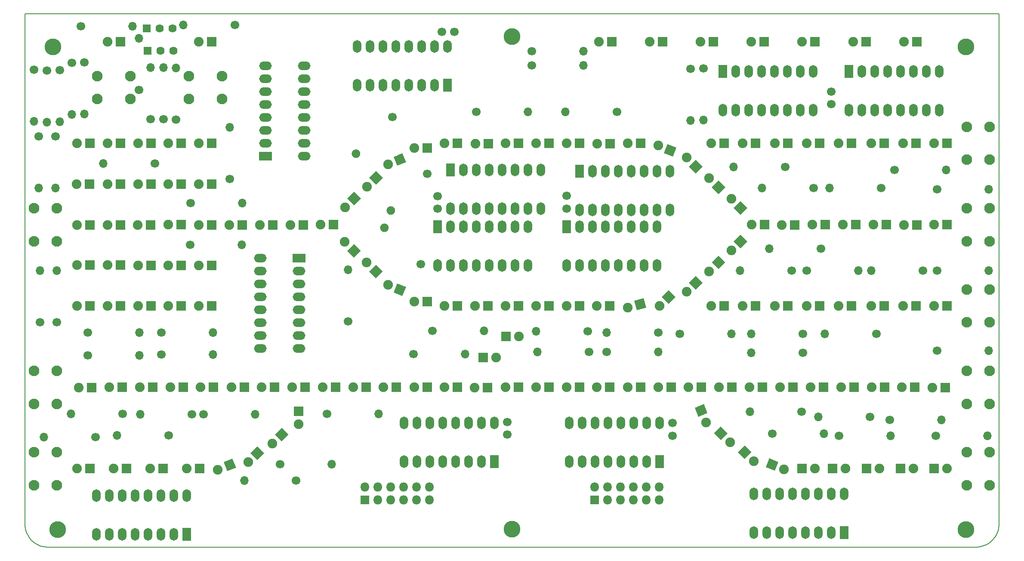
<source format=gbr>
%TF.GenerationSoftware,KiCad,Pcbnew,(5.1.6)-1*%
%TF.CreationDate,2020-08-11T15:09:09+01:00*%
%TF.ProjectId,panel-display,70616e65-6c2d-4646-9973-706c61792e6b,rev?*%
%TF.SameCoordinates,Original*%
%TF.FileFunction,Soldermask,Bot*%
%TF.FilePolarity,Negative*%
%FSLAX46Y46*%
G04 Gerber Fmt 4.6, Leading zero omitted, Abs format (unit mm)*
G04 Created by KiCad (PCBNEW (5.1.6)-1) date 2020-08-11 15:09:09*
%MOMM*%
%LPD*%
G01*
G04 APERTURE LIST*
%TA.AperFunction,Profile*%
%ADD10C,0.200000*%
%TD*%
%ADD11R,2.500000X1.700000*%
%ADD12O,2.500000X1.700000*%
%ADD13R,1.700000X2.500000*%
%ADD14O,1.700000X2.500000*%
%ADD15O,1.800000X1.800000*%
%ADD16R,1.800000X1.800000*%
%ADD17C,0.100000*%
%ADD18C,1.900000*%
%ADD19C,1.700000*%
%ADD20O,1.700000X1.700000*%
%ADD21C,1.620000*%
%ADD22R,1.620000X1.620000*%
%ADD23R,1.900000X1.900000*%
%ADD24C,3.300000*%
%ADD25C,2.100000*%
G04 APERTURE END LIST*
D10*
X51617018Y-38354000D02*
X51617018Y-138699733D01*
X243332000Y-138699733D02*
X243332000Y-38354000D01*
X56117018Y-143292293D02*
X238832000Y-143292293D01*
X242414280Y-141479128D02*
X242572959Y-141251671D01*
X242572959Y-141251671D02*
X242717597Y-141014524D01*
X242717597Y-141014524D02*
X242847851Y-140768669D01*
X242847851Y-140768669D02*
X242963380Y-140515090D01*
X242963380Y-140515090D02*
X243063842Y-140254768D01*
X243063842Y-140254768D02*
X243148893Y-139988689D01*
X243148893Y-139988689D02*
X243218193Y-139717834D01*
X243218193Y-139717834D02*
X243271399Y-139443187D01*
X243271399Y-139443187D02*
X243308169Y-139165731D01*
X243308169Y-139165731D02*
X243328161Y-138886449D01*
X243328161Y-138886449D02*
X243332000Y-138699733D01*
X51617018Y-138699733D02*
X51625026Y-138965674D01*
X51625026Y-138965674D02*
X51648784Y-139230370D01*
X51648784Y-139230370D02*
X51687892Y-139493042D01*
X51687892Y-139493042D02*
X51741950Y-139752911D01*
X51741950Y-139752911D02*
X51810558Y-140009198D01*
X51810558Y-140009198D02*
X51893315Y-140261124D01*
X51893315Y-140261124D02*
X51989822Y-140507910D01*
X51989822Y-140507910D02*
X52099677Y-140748778D01*
X52099677Y-140748778D02*
X52222482Y-140982947D01*
X52222482Y-140982947D02*
X52357836Y-141209640D01*
X52357836Y-141209640D02*
X52505339Y-141428077D01*
X52505339Y-141428077D02*
X52664591Y-141637479D01*
X52664591Y-141637479D02*
X52835191Y-141837068D01*
X52835191Y-141837068D02*
X53016740Y-142026064D01*
X53016740Y-142026064D02*
X53208838Y-142203688D01*
X53208838Y-142203688D02*
X53411084Y-142369163D01*
X53411084Y-142369163D02*
X53633925Y-142529506D01*
X53633925Y-142529506D02*
X53865822Y-142675439D01*
X53865822Y-142675439D02*
X54105847Y-142806664D01*
X54105847Y-142806664D02*
X54353077Y-142922886D01*
X54353077Y-142922886D02*
X54606584Y-143023805D01*
X54606584Y-143023805D02*
X54865443Y-143109125D01*
X54865443Y-143109125D02*
X55128729Y-143178548D01*
X55128729Y-143178548D02*
X55395515Y-143231778D01*
X55395515Y-143231778D02*
X55664876Y-143268516D01*
X55664876Y-143268516D02*
X55935885Y-143288466D01*
X55935885Y-143288466D02*
X56117018Y-143292293D01*
X238832000Y-143292293D02*
X239090043Y-143284308D01*
X239090043Y-143284308D02*
X239347043Y-143260594D01*
X239347043Y-143260594D02*
X239602250Y-143221513D01*
X239602250Y-143221513D02*
X239854909Y-143167424D01*
X239854909Y-143167424D02*
X240104269Y-143098689D01*
X240104269Y-143098689D02*
X240349577Y-143015669D01*
X240349577Y-143015669D02*
X240590081Y-142918723D01*
X240590081Y-142918723D02*
X240825028Y-142808214D01*
X240825028Y-142808214D02*
X241053667Y-142684501D01*
X241053667Y-142684501D02*
X241275243Y-142547946D01*
X241275243Y-142547946D02*
X241489006Y-142398909D01*
X241489006Y-142398909D02*
X241694203Y-142237751D01*
X241694203Y-142237751D02*
X241890081Y-142064833D01*
X241890081Y-142064833D02*
X242075888Y-141880516D01*
X242075888Y-141880516D02*
X242250872Y-141685161D01*
X242250872Y-141685161D02*
X242414280Y-141479128D01*
X243332000Y-38354000D02*
X51617018Y-38354000D01*
D11*
%TO.C,U7*%
X105587800Y-86385400D03*
D12*
X97967800Y-104165400D03*
X105587800Y-88925400D03*
X97967800Y-101625400D03*
X105587800Y-91465400D03*
X97967800Y-99085400D03*
X105587800Y-94005400D03*
X97967800Y-96545400D03*
X105587800Y-96545400D03*
X97967800Y-94005400D03*
X105587800Y-99085400D03*
X97967800Y-91465400D03*
X105587800Y-101625400D03*
X97967800Y-88925400D03*
X105587800Y-104165400D03*
X97967800Y-86385400D03*
%TD*%
D13*
%TO.C,U8*%
X158242000Y-80264000D03*
D14*
X176022000Y-87884000D03*
X160782000Y-80264000D03*
X173482000Y-87884000D03*
X163322000Y-80264000D03*
X170942000Y-87884000D03*
X165862000Y-80264000D03*
X168402000Y-87884000D03*
X168402000Y-80264000D03*
X165862000Y-87884000D03*
X170942000Y-80264000D03*
X163322000Y-87884000D03*
X173482000Y-80264000D03*
X160782000Y-87884000D03*
X176022000Y-80264000D03*
X158242000Y-87884000D03*
%TD*%
D15*
%TO.C,J1*%
X176453800Y-131495800D03*
X176453800Y-134035800D03*
X173913800Y-131495800D03*
X173913800Y-134035800D03*
X171373800Y-131495800D03*
X171373800Y-134035800D03*
X168833800Y-131495800D03*
X168833800Y-134035800D03*
X166293800Y-131495800D03*
X166293800Y-134035800D03*
X163753800Y-131495800D03*
D16*
X163753800Y-134035800D03*
%TD*%
D13*
%TO.C,U3*%
X212852000Y-140462000D03*
D14*
X195072000Y-132842000D03*
X210312000Y-140462000D03*
X197612000Y-132842000D03*
X207772000Y-140462000D03*
X200152000Y-132842000D03*
X205232000Y-140462000D03*
X202692000Y-132842000D03*
X202692000Y-140462000D03*
X205232000Y-132842000D03*
X200152000Y-140462000D03*
X207772000Y-132842000D03*
X197612000Y-140462000D03*
X210312000Y-132842000D03*
X195072000Y-140462000D03*
X212852000Y-132842000D03*
%TD*%
D17*
%TO.C,D22*%
G36*
X179828635Y-64687664D02*
G01*
X179101536Y-66443035D01*
X177346165Y-65715936D01*
X178073264Y-63960565D01*
X179828635Y-64687664D01*
G37*
D18*
X176240746Y-64229784D03*
%TD*%
D13*
%TO.C,U6*%
X176530000Y-126492000D03*
D14*
X158750000Y-118872000D03*
X173990000Y-126492000D03*
X161290000Y-118872000D03*
X171450000Y-126492000D03*
X163830000Y-118872000D03*
X168910000Y-126492000D03*
X166370000Y-118872000D03*
X166370000Y-126492000D03*
X168910000Y-118872000D03*
X163830000Y-126492000D03*
X171450000Y-118872000D03*
X161290000Y-126492000D03*
X173990000Y-118872000D03*
X158750000Y-126492000D03*
X176530000Y-118872000D03*
%TD*%
D13*
%TO.C,U5*%
X135382000Y-69088000D03*
D14*
X153162000Y-76708000D03*
X137922000Y-69088000D03*
X150622000Y-76708000D03*
X140462000Y-69088000D03*
X148082000Y-76708000D03*
X143002000Y-69088000D03*
X145542000Y-76708000D03*
X145542000Y-69088000D03*
X143002000Y-76708000D03*
X148082000Y-69088000D03*
X140462000Y-76708000D03*
X150622000Y-69088000D03*
X137922000Y-76708000D03*
X153162000Y-69088000D03*
X135382000Y-76708000D03*
%TD*%
D13*
%TO.C,U4*%
X144018000Y-126492000D03*
D14*
X126238000Y-118872000D03*
X141478000Y-126492000D03*
X128778000Y-118872000D03*
X138938000Y-126492000D03*
X131318000Y-118872000D03*
X136398000Y-126492000D03*
X133858000Y-118872000D03*
X133858000Y-126492000D03*
X136398000Y-118872000D03*
X131318000Y-126492000D03*
X138938000Y-118872000D03*
X128778000Y-126492000D03*
X141478000Y-118872000D03*
X126238000Y-126492000D03*
X144018000Y-118872000D03*
%TD*%
D13*
%TO.C,U2*%
X132842000Y-80264000D03*
D14*
X150622000Y-87884000D03*
X135382000Y-80264000D03*
X148082000Y-87884000D03*
X137922000Y-80264000D03*
X145542000Y-87884000D03*
X140462000Y-80264000D03*
X143002000Y-87884000D03*
X143002000Y-80264000D03*
X140462000Y-87884000D03*
X145542000Y-80264000D03*
X137922000Y-87884000D03*
X148082000Y-80264000D03*
X135382000Y-87884000D03*
X150622000Y-80264000D03*
X132842000Y-87884000D03*
%TD*%
D13*
%TO.C,U1*%
X83439000Y-140766800D03*
D14*
X65659000Y-133146800D03*
X80899000Y-140766800D03*
X68199000Y-133146800D03*
X78359000Y-140766800D03*
X70739000Y-133146800D03*
X75819000Y-140766800D03*
X73279000Y-133146800D03*
X73279000Y-140766800D03*
X75819000Y-133146800D03*
X70739000Y-140766800D03*
X78359000Y-133146800D03*
X68199000Y-140766800D03*
X80899000Y-133146800D03*
X65659000Y-140766800D03*
X83439000Y-133146800D03*
%TD*%
D19*
%TO.C,R68*%
X140462000Y-57658000D03*
D20*
X150622000Y-57658000D03*
%TD*%
D19*
%TO.C,R67*%
X168148000Y-57658000D03*
D20*
X157988000Y-57658000D03*
%TD*%
D19*
%TO.C,R66*%
X123952000Y-58674000D03*
G36*
G01*
X117368836Y-65257164D02*
X117368836Y-65257164D01*
G75*
G02*
X117368836Y-66459246I-601041J-601041D01*
G01*
X117368836Y-66459246D01*
G75*
G02*
X116166754Y-66459246I-601041J601041D01*
G01*
X116166754Y-66459246D01*
G75*
G02*
X116166754Y-65257164I601041J601041D01*
G01*
X116166754Y-65257164D01*
G75*
G02*
X117368836Y-65257164I601041J-601041D01*
G01*
G37*
%TD*%
%TO.C,R65*%
X130810000Y-69862700D03*
G36*
G01*
X124226836Y-76445864D02*
X124226836Y-76445864D01*
G75*
G02*
X124226836Y-77647946I-601041J-601041D01*
G01*
X124226836Y-77647946D01*
G75*
G02*
X123024754Y-77647946I-601041J601041D01*
G01*
X123024754Y-77647946D01*
G75*
G02*
X123024754Y-76445864I601041J601041D01*
G01*
X123024754Y-76445864D01*
G75*
G02*
X124226836Y-76445864I601041J-601041D01*
G01*
G37*
%TD*%
%TO.C,R64*%
X162661600Y-104863900D03*
D20*
X152501600Y-104863900D03*
%TD*%
D19*
%TO.C,R63*%
X128054100Y-105321100D03*
D20*
X138214100Y-105321100D03*
%TD*%
D19*
%TO.C,R62*%
X78486000Y-105410000D03*
D20*
X88646000Y-105410000D03*
%TD*%
D19*
%TO.C,R61*%
X84493100Y-117144800D03*
D20*
X74333100Y-117144800D03*
%TD*%
D19*
%TO.C,R60*%
X205486000Y-88836500D03*
D20*
X215646000Y-88836500D03*
%TD*%
D19*
%TO.C,R59*%
X204724000Y-101346000D03*
D20*
X194564000Y-101346000D03*
%TD*%
D19*
%TO.C,R58*%
X220078300Y-72644000D03*
D20*
X209918300Y-72644000D03*
%TD*%
D19*
%TO.C,R57*%
X182626000Y-49123600D03*
D20*
X182626000Y-59283600D03*
%TD*%
D19*
%TO.C,R56*%
X129540000Y-87630000D03*
G36*
G01*
X122956836Y-81046836D02*
X122956836Y-81046836D01*
G75*
G02*
X121754754Y-81046836I-601041J601041D01*
G01*
X121754754Y-81046836D01*
G75*
G02*
X121754754Y-79844754I601041J601041D01*
G01*
X121754754Y-79844754D01*
G75*
G02*
X122956836Y-79844754I601041J-601041D01*
G01*
X122956836Y-79844754D01*
G75*
G02*
X122956836Y-81046836I-601041J-601041D01*
G01*
G37*
%TD*%
%TO.C,R55*%
X176225200Y-101104700D03*
D20*
X166065200Y-101104700D03*
%TD*%
D19*
%TO.C,R54*%
X180467000Y-101346000D03*
D20*
X190627000Y-101346000D03*
%TD*%
D19*
%TO.C,R53*%
X201244200Y-68427600D03*
D20*
X191084200Y-68427600D03*
%TD*%
D19*
%TO.C,R52*%
X84175600Y-83807300D03*
D20*
X94335600Y-83807300D03*
%TD*%
D19*
%TO.C,R51*%
X64008000Y-101092000D03*
D20*
X74168000Y-101092000D03*
%TD*%
D19*
%TO.C,R50*%
X57658000Y-62484000D03*
D20*
X57658000Y-72644000D03*
%TD*%
D19*
%TO.C,R49*%
X54356000Y-62484000D03*
D20*
X54356000Y-72644000D03*
%TD*%
D19*
%TO.C,R48*%
X55905400Y-49479200D03*
D20*
X55905400Y-59639200D03*
%TD*%
D19*
%TO.C,R47*%
X60858400Y-48006000D03*
D20*
X60858400Y-58166000D03*
%TD*%
D19*
%TO.C,R46*%
X198691500Y-120967500D03*
D20*
X208851500Y-120967500D03*
%TD*%
D19*
%TO.C,R45*%
X221792800Y-118287800D03*
D20*
X231952800Y-118287800D03*
%TD*%
D19*
%TO.C,R44*%
X166077900Y-104838500D03*
D20*
X176237900Y-104838500D03*
%TD*%
D19*
%TO.C,R43*%
X204724000Y-105029000D03*
D20*
X194564000Y-105029000D03*
%TD*%
D19*
%TO.C,R42*%
X105003600Y-130149600D03*
D20*
X94843600Y-130149600D03*
%TD*%
D19*
%TO.C,R41*%
X131813300Y-100761800D03*
D20*
X141973300Y-100761800D03*
%TD*%
D19*
%TO.C,R40*%
X101854000Y-127000000D03*
D20*
X112014000Y-127000000D03*
%TD*%
D19*
%TO.C,R39*%
X86779100Y-117132100D03*
D20*
X96939100Y-117132100D03*
%TD*%
D19*
%TO.C,R38*%
X64008000Y-105549700D03*
D20*
X74168000Y-105549700D03*
%TD*%
D19*
%TO.C,R37*%
X228346000Y-88836500D03*
D20*
X218186000Y-88836500D03*
%TD*%
D19*
%TO.C,R36*%
X219163900Y-101346000D03*
D20*
X209003900Y-101346000D03*
%TD*%
D19*
%TO.C,R35*%
X208280000Y-84582000D03*
D20*
X198120000Y-84582000D03*
%TD*%
D19*
%TO.C,R34*%
X185166000Y-49098200D03*
D20*
X185166000Y-59258200D03*
%TD*%
D19*
%TO.C,R33*%
X115176300Y-98831400D03*
D20*
X115176300Y-88671400D03*
%TD*%
D19*
%TO.C,R32*%
X162407600Y-100825300D03*
D20*
X152247600Y-100825300D03*
%TD*%
D19*
%TO.C,R31*%
X202526900Y-88861900D03*
D20*
X192366900Y-88861900D03*
%TD*%
D19*
%TO.C,R30*%
X206819500Y-72631300D03*
D20*
X196659500Y-72631300D03*
%TD*%
D19*
%TO.C,R29*%
X84251800Y-75603100D03*
D20*
X94411800Y-75603100D03*
%TD*%
D19*
%TO.C,R28*%
X57912000Y-99060000D03*
D20*
X57912000Y-88900000D03*
%TD*%
D19*
%TO.C,R27*%
X78486000Y-101092000D03*
D20*
X88646000Y-101092000D03*
%TD*%
D19*
%TO.C,R26*%
X53390800Y-49301400D03*
D20*
X53390800Y-59461400D03*
%TD*%
D19*
%TO.C,R25*%
X58470800Y-49403000D03*
D20*
X58470800Y-59563000D03*
%TD*%
D19*
%TO.C,R24*%
X63271400Y-47929800D03*
D20*
X63271400Y-58089800D03*
%TD*%
D19*
%TO.C,R23*%
X217944700Y-117652800D03*
D20*
X207784700Y-117652800D03*
%TD*%
D19*
%TO.C,R22*%
X211836000Y-121412000D03*
D20*
X221996000Y-121412000D03*
%TD*%
D19*
%TO.C,R21*%
X111074200Y-117043200D03*
D20*
X121234200Y-117043200D03*
%TD*%
D19*
%TO.C,R20*%
X204470000Y-116674900D03*
D20*
X194310000Y-116674900D03*
%TD*%
D19*
%TO.C,R19*%
X79883000Y-121285000D03*
D20*
X69723000Y-121285000D03*
%TD*%
D19*
%TO.C,R18*%
X151384000Y-48514000D03*
D20*
X161544000Y-48514000D03*
%TD*%
D19*
%TO.C,R17*%
X151384000Y-45720000D03*
D20*
X161544000Y-45720000D03*
%TD*%
D19*
%TO.C,R16*%
X92976700Y-40563800D03*
D20*
X82816700Y-40563800D03*
%TD*%
D19*
%TO.C,R15*%
X62636400Y-40754300D03*
D20*
X72796400Y-40754300D03*
%TD*%
D19*
%TO.C,R14*%
X74028300Y-53340000D03*
D20*
X74028300Y-43180000D03*
%TD*%
D19*
%TO.C,R13*%
X81318100Y-59118500D03*
D20*
X81318100Y-48958500D03*
%TD*%
D19*
%TO.C,R12*%
X76390500Y-59093100D03*
D20*
X76390500Y-48933100D03*
%TD*%
D19*
%TO.C,R11*%
X78905100Y-59105800D03*
D20*
X78905100Y-48945800D03*
%TD*%
D19*
%TO.C,R10*%
X230886000Y-121412000D03*
D20*
X241046000Y-121412000D03*
%TD*%
D19*
%TO.C,R9*%
X231140000Y-104648000D03*
D20*
X241300000Y-104648000D03*
%TD*%
D19*
%TO.C,R8*%
X231140000Y-88900000D03*
D20*
X241300000Y-88900000D03*
%TD*%
D19*
%TO.C,R7*%
X231140000Y-72898000D03*
D20*
X241300000Y-72898000D03*
%TD*%
D19*
%TO.C,R6*%
X222758000Y-69088000D03*
D20*
X232918000Y-69088000D03*
%TD*%
D19*
%TO.C,R5*%
X65532000Y-121666000D03*
D20*
X55372000Y-121666000D03*
%TD*%
D19*
%TO.C,R4*%
X70866000Y-117094000D03*
D20*
X60706000Y-117094000D03*
%TD*%
D19*
%TO.C,R3*%
X54610000Y-99060000D03*
D20*
X54610000Y-88900000D03*
%TD*%
D19*
%TO.C,R2*%
X77216000Y-67818000D03*
D20*
X67056000Y-67818000D03*
%TD*%
D19*
%TO.C,R1*%
X91948000Y-70866000D03*
D20*
X91948000Y-60706000D03*
%TD*%
D21*
%TO.C,Q2*%
X78155800Y-41224200D03*
X80695800Y-41224200D03*
D22*
X75615800Y-41224200D03*
%TD*%
D21*
%TO.C,Q1*%
X78257400Y-45643800D03*
X80797400Y-45643800D03*
D22*
X75717400Y-45643800D03*
%TD*%
D23*
%TO.C,D144*%
X227126800Y-79857600D03*
D18*
X224586800Y-79857600D03*
%TD*%
D23*
%TO.C,D142*%
X233095800Y-79832200D03*
D18*
X230555800Y-79832200D03*
%TD*%
D23*
%TO.C,D141*%
X220700600Y-63830200D03*
D18*
X218160600Y-63830200D03*
%TD*%
D23*
%TO.C,D140*%
X233095800Y-63830200D03*
D18*
X230555800Y-63830200D03*
%TD*%
D23*
%TO.C,D139*%
X221132400Y-79832200D03*
D18*
X218592400Y-79832200D03*
%TD*%
D23*
%TO.C,D137*%
X202768200Y-111836200D03*
D18*
X200228200Y-111836200D03*
%TD*%
D23*
%TO.C,D136*%
X190728600Y-111836200D03*
D18*
X188188600Y-111836200D03*
%TD*%
D23*
%TO.C,D135*%
X217220800Y-127838200D03*
D18*
X219760800Y-127838200D03*
%TD*%
D23*
%TO.C,D134*%
X230555800Y-127838200D03*
D18*
X233095800Y-127838200D03*
%TD*%
D23*
%TO.C,D133*%
X226745800Y-111836200D03*
D18*
X224205800Y-111836200D03*
%TD*%
D23*
%TO.C,D132*%
X214757000Y-111810800D03*
D18*
X212217000Y-111810800D03*
%TD*%
D23*
%TO.C,D131*%
X208762600Y-111836200D03*
D18*
X206222600Y-111836200D03*
%TD*%
D23*
%TO.C,D130*%
X220751400Y-111836200D03*
D18*
X218211400Y-111836200D03*
%TD*%
D23*
%TO.C,D129*%
X196748400Y-111836200D03*
D18*
X194208400Y-111836200D03*
%TD*%
D23*
%TO.C,D127*%
X223901000Y-127838200D03*
D18*
X226441000Y-127838200D03*
%TD*%
D23*
%TO.C,D125*%
X232740200Y-111861600D03*
D18*
X230200200Y-111861600D03*
%TD*%
D17*
%TO.C,D124*%
G36*
X183442165Y-115868664D02*
G01*
X185197536Y-115141565D01*
X185924635Y-116896936D01*
X184169264Y-117624035D01*
X183442165Y-115868664D01*
G37*
D18*
X185655416Y-118729454D03*
%TD*%
D17*
%TO.C,D123*%
G36*
X191899697Y-124587000D02*
G01*
X193243200Y-123243497D01*
X194586703Y-124587000D01*
X193243200Y-125930503D01*
X191899697Y-124587000D01*
G37*
D18*
X195039251Y-126383051D03*
%TD*%
D17*
%TO.C,D122*%
G36*
X92462136Y-125860365D02*
G01*
X93189235Y-127615736D01*
X91433864Y-128342835D01*
X90706765Y-126587464D01*
X92462136Y-125860365D01*
G37*
D18*
X89601346Y-128073616D03*
%TD*%
D17*
%TO.C,D121*%
G36*
X102133400Y-119789097D02*
G01*
X103476903Y-121132600D01*
X102133400Y-122476103D01*
X100789897Y-121132600D01*
X102133400Y-119789097D01*
G37*
D18*
X100337349Y-122928651D03*
%TD*%
D23*
%TO.C,D120*%
X178765200Y-111836200D03*
D18*
X176225200Y-111836200D03*
%TD*%
D23*
%TO.C,D119*%
X166725600Y-111836200D03*
D18*
X164185600Y-111836200D03*
%TD*%
D23*
%TO.C,D118*%
X154736800Y-111836200D03*
D18*
X152196800Y-111836200D03*
%TD*%
D23*
%TO.C,D117*%
X64414400Y-127838200D03*
D18*
X61874400Y-127838200D03*
%TD*%
D23*
%TO.C,D116*%
X78816200Y-127812800D03*
D18*
X76276200Y-127812800D03*
%TD*%
D17*
%TO.C,D115*%
G36*
X187226097Y-120878600D02*
G01*
X188569600Y-119535097D01*
X189913103Y-120878600D01*
X188569600Y-122222103D01*
X187226097Y-120878600D01*
G37*
D18*
X190365651Y-122674651D03*
%TD*%
D17*
%TO.C,D114*%
G36*
X197412165Y-127539536D02*
G01*
X198139264Y-125784165D01*
X199894635Y-126511264D01*
X199167536Y-128266635D01*
X197412165Y-127539536D01*
G37*
D18*
X201000054Y-127997416D03*
%TD*%
D23*
%TO.C,D113*%
X204546200Y-127838200D03*
D18*
X207086200Y-127838200D03*
%TD*%
D17*
%TO.C,D112*%
G36*
X97358200Y-123421297D02*
G01*
X98701703Y-124764800D01*
X97358200Y-126108303D01*
X96014697Y-124764800D01*
X97358200Y-123421297D01*
G37*
D18*
X95562149Y-126560851D03*
%TD*%
D23*
%TO.C,D111*%
X105511600Y-116560600D03*
D18*
X105511600Y-119100600D03*
%TD*%
D23*
%TO.C,D110*%
X160756600Y-111836200D03*
D18*
X158216600Y-111836200D03*
%TD*%
D23*
%TO.C,D109*%
X148742400Y-111836200D03*
D18*
X146202400Y-111836200D03*
%TD*%
D23*
%TO.C,D108*%
X184734200Y-111836200D03*
D18*
X182194200Y-111836200D03*
%TD*%
D23*
%TO.C,D107*%
X172770800Y-111836200D03*
D18*
X170230800Y-111836200D03*
%TD*%
D23*
%TO.C,D106*%
X71577200Y-127838200D03*
D18*
X69037200Y-127838200D03*
%TD*%
D23*
%TO.C,D105*%
X146253200Y-101828600D03*
D18*
X148793200Y-101828600D03*
%TD*%
D23*
%TO.C,D104*%
X86029800Y-127838200D03*
D18*
X83489800Y-127838200D03*
%TD*%
D23*
%TO.C,D103*%
X94767400Y-111836200D03*
D18*
X92227400Y-111836200D03*
%TD*%
D23*
%TO.C,D102*%
X106756200Y-111810800D03*
D18*
X104216200Y-111810800D03*
%TD*%
D23*
%TO.C,D101*%
X141782800Y-105968800D03*
D18*
X144322800Y-105968800D03*
%TD*%
D23*
%TO.C,D100*%
X112750600Y-111836200D03*
D18*
X110210600Y-111836200D03*
%TD*%
D23*
%TO.C,D98*%
X100736400Y-111810800D03*
D18*
X98196400Y-111810800D03*
%TD*%
D23*
%TO.C,D97*%
X142621000Y-111861600D03*
D18*
X140081000Y-111861600D03*
%TD*%
D23*
%TO.C,D96*%
X130759200Y-111836200D03*
D18*
X128219200Y-111836200D03*
%TD*%
D23*
%TO.C,D95*%
X70739000Y-111836200D03*
D18*
X68199000Y-111836200D03*
%TD*%
D23*
%TO.C,D94*%
X82778600Y-111836200D03*
D18*
X80238600Y-111836200D03*
%TD*%
D23*
%TO.C,D93*%
X136753600Y-111810800D03*
D18*
X134213600Y-111810800D03*
%TD*%
D23*
%TO.C,D92*%
X124714000Y-111836200D03*
D18*
X122174000Y-111836200D03*
%TD*%
D23*
%TO.C,D91*%
X64770000Y-111861600D03*
D18*
X62230000Y-111861600D03*
%TD*%
D23*
%TO.C,D90*%
X76758800Y-111836200D03*
D18*
X74218800Y-111836200D03*
%TD*%
D23*
%TO.C,D89*%
X226999800Y-95834200D03*
D18*
X224459800Y-95834200D03*
%TD*%
D23*
%TO.C,D88*%
X214299800Y-95834200D03*
D18*
X211759800Y-95834200D03*
%TD*%
D23*
%TO.C,D87*%
X208000600Y-95834200D03*
D18*
X205460600Y-95834200D03*
%TD*%
D23*
%TO.C,D86*%
X195427600Y-95834200D03*
D18*
X192887600Y-95834200D03*
%TD*%
D23*
%TO.C,D85*%
X233095800Y-95834200D03*
D18*
X230555800Y-95834200D03*
%TD*%
D23*
%TO.C,D84*%
X220700600Y-95834200D03*
D18*
X218160600Y-95834200D03*
%TD*%
D23*
%TO.C,D83*%
X201701400Y-95834200D03*
D18*
X199161400Y-95834200D03*
%TD*%
D23*
%TO.C,D82*%
X189179200Y-95834200D03*
D18*
X186639200Y-95834200D03*
%TD*%
D23*
%TO.C,D81*%
X203098400Y-79857600D03*
D18*
X200558400Y-79857600D03*
%TD*%
D23*
%TO.C,D80*%
X215087200Y-79832200D03*
D18*
X212547200Y-79832200D03*
%TD*%
D23*
%TO.C,D79*%
X201701400Y-63830200D03*
D18*
X199161400Y-63830200D03*
%TD*%
D23*
%TO.C,D78*%
X189179200Y-63830200D03*
D18*
X186639200Y-63830200D03*
%TD*%
D23*
%TO.C,D77*%
X197129400Y-79832200D03*
D18*
X194589400Y-79832200D03*
%TD*%
D23*
%TO.C,D76*%
X209067400Y-79806800D03*
D18*
X206527400Y-79806800D03*
%TD*%
D23*
%TO.C,D75*%
X195427600Y-63830200D03*
D18*
X192887600Y-63830200D03*
%TD*%
D23*
%TO.C,D74*%
X208000600Y-63830200D03*
D18*
X205460600Y-63830200D03*
%TD*%
D17*
%TO.C,D72*%
G36*
X189430503Y-72440800D02*
G01*
X188087000Y-73784303D01*
X186743497Y-72440800D01*
X188087000Y-71097297D01*
X189430503Y-72440800D01*
G37*
D18*
X186290949Y-70644749D03*
%TD*%
D17*
%TO.C,D71*%
G36*
X183616600Y-89893297D02*
G01*
X184960103Y-91236800D01*
X183616600Y-92580303D01*
X182273097Y-91236800D01*
X183616600Y-89893297D01*
G37*
D18*
X181820549Y-93032851D03*
%TD*%
D17*
%TO.C,D70*%
G36*
X192455800Y-81790697D02*
G01*
X193799303Y-83134200D01*
X192455800Y-84477703D01*
X191112297Y-83134200D01*
X192455800Y-81790697D01*
G37*
D18*
X190659749Y-84930251D03*
%TD*%
D17*
%TO.C,D69*%
G36*
X184960103Y-68402200D02*
G01*
X183616600Y-69745703D01*
X182273097Y-68402200D01*
X183616600Y-67058697D01*
X184960103Y-68402200D01*
G37*
D18*
X181820549Y-66606149D03*
%TD*%
D17*
%TO.C,D68*%
G36*
X193799303Y-76530200D02*
G01*
X192455800Y-77873703D01*
X191112297Y-76530200D01*
X192455800Y-75186697D01*
X193799303Y-76530200D01*
G37*
D18*
X190659749Y-74734149D03*
%TD*%
D17*
%TO.C,D67*%
G36*
X117700903Y-84988400D02*
G01*
X116357400Y-86331903D01*
X115013897Y-84988400D01*
X116357400Y-83644897D01*
X117700903Y-84988400D01*
G37*
D18*
X114561349Y-83192349D03*
%TD*%
D17*
%TO.C,D66*%
G36*
X126641035Y-92119664D02*
G01*
X125913936Y-93875035D01*
X124158565Y-93147936D01*
X124885664Y-91392565D01*
X126641035Y-92119664D01*
G37*
D18*
X123053146Y-91661784D03*
%TD*%
D17*
%TO.C,D64*%
G36*
X173366351Y-94315092D02*
G01*
X173858108Y-96150351D01*
X172022849Y-96642108D01*
X171531092Y-94806849D01*
X173366351Y-94315092D01*
G37*
D18*
X170241148Y-96136000D03*
%TD*%
D23*
%TO.C,D63*%
X160756600Y-95834200D03*
D18*
X158216600Y-95834200D03*
%TD*%
D23*
%TO.C,D62*%
X142748000Y-95834200D03*
D18*
X140208000Y-95834200D03*
%TD*%
D23*
%TO.C,D61*%
X136728200Y-95834200D03*
D18*
X134188200Y-95834200D03*
%TD*%
D17*
%TO.C,D60*%
G36*
X122018903Y-89027000D02*
G01*
X120675400Y-90370503D01*
X119331897Y-89027000D01*
X120675400Y-87683497D01*
X122018903Y-89027000D01*
G37*
D18*
X118879349Y-87230949D03*
%TD*%
D23*
%TO.C,D59*%
X130810000Y-94945200D03*
D18*
X128270000Y-94945200D03*
%TD*%
D17*
%TO.C,D58*%
G36*
X178308000Y-92712697D02*
G01*
X179651503Y-94056200D01*
X178308000Y-95399703D01*
X176964497Y-94056200D01*
X178308000Y-92712697D01*
G37*
D18*
X176511949Y-95852251D03*
%TD*%
D23*
%TO.C,D57*%
X166725600Y-95834200D03*
D18*
X164185600Y-95834200D03*
%TD*%
D23*
%TO.C,D56*%
X154736800Y-95834200D03*
D18*
X152196800Y-95834200D03*
%TD*%
D23*
%TO.C,D55*%
X172745400Y-63830200D03*
D18*
X170205400Y-63830200D03*
%TD*%
D23*
%TO.C,D54*%
X160731200Y-63830200D03*
D18*
X158191200Y-63830200D03*
%TD*%
D23*
%TO.C,D53*%
X148767800Y-63830200D03*
D18*
X146227800Y-63830200D03*
%TD*%
D17*
%TO.C,D52*%
G36*
X116382800Y-73281697D02*
G01*
X117726303Y-74625200D01*
X116382800Y-75968703D01*
X115039297Y-74625200D01*
X116382800Y-73281697D01*
G37*
D18*
X114586749Y-76421251D03*
%TD*%
D17*
%TO.C,D51*%
G36*
X125913936Y-65763965D02*
G01*
X126641035Y-67519336D01*
X124885664Y-68246435D01*
X124158565Y-66491064D01*
X125913936Y-65763965D01*
G37*
D18*
X123053146Y-67977216D03*
%TD*%
D23*
%TO.C,D50*%
X136728200Y-63804800D03*
D18*
X134188200Y-63804800D03*
%TD*%
D23*
%TO.C,D48*%
X166751000Y-63855600D03*
D18*
X164211000Y-63855600D03*
%TD*%
D23*
%TO.C,D47*%
X154736800Y-63830200D03*
D18*
X152196800Y-63830200D03*
%TD*%
D17*
%TO.C,D46*%
G36*
X120700800Y-69243097D02*
G01*
X122044303Y-70586600D01*
X120700800Y-71930103D01*
X119357297Y-70586600D01*
X120700800Y-69243097D01*
G37*
D18*
X118904749Y-72382651D03*
%TD*%
D23*
%TO.C,D45*%
X130784600Y-64719200D03*
D18*
X128244600Y-64719200D03*
%TD*%
D23*
%TO.C,D44*%
X142773400Y-63855600D03*
D18*
X140233400Y-63855600D03*
%TD*%
D23*
%TO.C,D43*%
X82397600Y-95834200D03*
D18*
X79857600Y-95834200D03*
%TD*%
D23*
%TO.C,D41*%
X70383400Y-95834200D03*
D18*
X67843400Y-95834200D03*
%TD*%
D23*
%TO.C,D40*%
X88392000Y-95834200D03*
D18*
X85852000Y-95834200D03*
%TD*%
D23*
%TO.C,D38*%
X64389000Y-95834200D03*
D18*
X61849000Y-95834200D03*
%TD*%
D23*
%TO.C,D37*%
X82372200Y-87833200D03*
D18*
X79832200Y-87833200D03*
%TD*%
D23*
%TO.C,D36*%
X226999800Y-63830200D03*
D18*
X224459800Y-63830200D03*
%TD*%
D23*
%TO.C,D35*%
X70408800Y-87807800D03*
D18*
X67868800Y-87807800D03*
%TD*%
D23*
%TO.C,D34*%
X88392000Y-87833200D03*
D18*
X85852000Y-87833200D03*
%TD*%
D23*
%TO.C,D33*%
X76403200Y-87858600D03*
D18*
X73863200Y-87858600D03*
%TD*%
D23*
%TO.C,D32*%
X64414400Y-87807800D03*
D18*
X61874400Y-87807800D03*
%TD*%
D23*
%TO.C,D31*%
X82397600Y-79832200D03*
D18*
X79857600Y-79832200D03*
%TD*%
D23*
%TO.C,D30*%
X214299800Y-63830200D03*
D18*
X211759800Y-63830200D03*
%TD*%
D23*
%TO.C,D29*%
X70383400Y-79857600D03*
D18*
X67843400Y-79857600D03*
%TD*%
D23*
%TO.C,D28*%
X88392000Y-79857600D03*
D18*
X85852000Y-79857600D03*
%TD*%
D23*
%TO.C,D27*%
X76352400Y-79857600D03*
D18*
X73812400Y-79857600D03*
%TD*%
D23*
%TO.C,D26*%
X64389000Y-79857600D03*
D18*
X61849000Y-79857600D03*
%TD*%
D23*
%TO.C,D25*%
X106375200Y-79857600D03*
D18*
X103835200Y-79857600D03*
%TD*%
D23*
%TO.C,D24*%
X94386400Y-79857600D03*
D18*
X91846400Y-79857600D03*
%TD*%
D23*
%TO.C,D23*%
X82397600Y-71831200D03*
D18*
X79857600Y-71831200D03*
%TD*%
D23*
%TO.C,D21*%
X70383400Y-71856600D03*
D18*
X67843400Y-71856600D03*
%TD*%
D23*
%TO.C,D20*%
X88392000Y-71856600D03*
D18*
X85852000Y-71856600D03*
%TD*%
D23*
%TO.C,D19*%
X76403200Y-71831200D03*
D18*
X73863200Y-71831200D03*
%TD*%
D23*
%TO.C,D18*%
X64363600Y-71856600D03*
D18*
X61823600Y-71856600D03*
%TD*%
D23*
%TO.C,D17*%
X112293400Y-79832200D03*
D18*
X109753400Y-79832200D03*
%TD*%
D23*
%TO.C,D16*%
X100380800Y-79857600D03*
D18*
X97840800Y-79857600D03*
%TD*%
D23*
%TO.C,D15*%
X82397600Y-63830200D03*
D18*
X79857600Y-63830200D03*
%TD*%
D23*
%TO.C,D14*%
X118770400Y-111810800D03*
D18*
X116230400Y-111810800D03*
%TD*%
D23*
%TO.C,D13*%
X70383400Y-63830200D03*
D18*
X67843400Y-63830200D03*
%TD*%
D23*
%TO.C,D12*%
X88366600Y-63830200D03*
D18*
X85826600Y-63830200D03*
%TD*%
D23*
%TO.C,D11*%
X76403200Y-63830200D03*
D18*
X73863200Y-63830200D03*
%TD*%
D23*
%TO.C,D10*%
X64389000Y-63830200D03*
D18*
X61849000Y-63830200D03*
%TD*%
D23*
%TO.C,D6*%
X197078600Y-43840400D03*
D18*
X194538600Y-43840400D03*
%TD*%
D23*
%TO.C,D1*%
X70383400Y-43815000D03*
D18*
X67843400Y-43815000D03*
%TD*%
D19*
%TO.C,C4*%
X133644000Y-41910000D03*
X136144000Y-41910000D03*
%TD*%
%TO.C,C3*%
X132842000Y-74208000D03*
X132842000Y-76708000D03*
%TD*%
%TO.C,C2*%
X158242000Y-74168000D03*
X158242000Y-76668000D03*
%TD*%
%TO.C,C1*%
X146558000Y-121158000D03*
X146558000Y-118658000D03*
%TD*%
D11*
%TO.C,U13*%
X98958400Y-66319400D03*
D12*
X106578400Y-48539400D03*
X98958400Y-63779400D03*
X106578400Y-51079400D03*
X98958400Y-61239400D03*
X106578400Y-53619400D03*
X98958400Y-58699400D03*
X106578400Y-56159400D03*
X98958400Y-56159400D03*
X106578400Y-58699400D03*
X98958400Y-53619400D03*
X106578400Y-61239400D03*
X98958400Y-51079400D03*
X106578400Y-63779400D03*
X98958400Y-48539400D03*
X106578400Y-66319400D03*
%TD*%
D13*
%TO.C,U12*%
X188976000Y-49631600D03*
D14*
X206756000Y-57251600D03*
X191516000Y-49631600D03*
X204216000Y-57251600D03*
X194056000Y-49631600D03*
X201676000Y-57251600D03*
X196596000Y-49631600D03*
X199136000Y-57251600D03*
X199136000Y-49631600D03*
X196596000Y-57251600D03*
X201676000Y-49631600D03*
X194056000Y-57251600D03*
X204216000Y-49631600D03*
X191516000Y-57251600D03*
X206756000Y-49631600D03*
X188976000Y-57251600D03*
%TD*%
D13*
%TO.C,U11*%
X160782000Y-69342000D03*
D14*
X178562000Y-76962000D03*
X163322000Y-69342000D03*
X176022000Y-76962000D03*
X165862000Y-69342000D03*
X173482000Y-76962000D03*
X168402000Y-69342000D03*
X170942000Y-76962000D03*
X170942000Y-69342000D03*
X168402000Y-76962000D03*
X173482000Y-69342000D03*
X165862000Y-76962000D03*
X176022000Y-69342000D03*
X163322000Y-76962000D03*
X178562000Y-69342000D03*
X160782000Y-76962000D03*
%TD*%
D13*
%TO.C,U10*%
X134747000Y-52400200D03*
D14*
X116967000Y-44780200D03*
X132207000Y-52400200D03*
X119507000Y-44780200D03*
X129667000Y-52400200D03*
X122047000Y-44780200D03*
X127127000Y-52400200D03*
X124587000Y-44780200D03*
X124587000Y-52400200D03*
X127127000Y-44780200D03*
X122047000Y-52400200D03*
X129667000Y-44780200D03*
X119507000Y-52400200D03*
X132207000Y-44780200D03*
X116967000Y-52400200D03*
X134747000Y-44780200D03*
%TD*%
D13*
%TO.C,U9*%
X213791800Y-49631600D03*
D14*
X231571800Y-57251600D03*
X216331800Y-49631600D03*
X229031800Y-57251600D03*
X218871800Y-49631600D03*
X226491800Y-57251600D03*
X221411800Y-49631600D03*
X223951800Y-57251600D03*
X223951800Y-49631600D03*
X221411800Y-57251600D03*
X226491800Y-49631600D03*
X218871800Y-57251600D03*
X229031800Y-49631600D03*
X216331800Y-57251600D03*
X231571800Y-49631600D03*
X213791800Y-57251600D03*
%TD*%
D23*
%TO.C,D128*%
X210566000Y-127838200D03*
D18*
X213106000Y-127838200D03*
%TD*%
D23*
%TO.C,D99*%
X88747600Y-111836200D03*
D18*
X86207600Y-111836200D03*
%TD*%
D17*
%TO.C,D73*%
G36*
X188087000Y-85880097D02*
G01*
X189430503Y-87223600D01*
X188087000Y-88567103D01*
X186743497Y-87223600D01*
X188087000Y-85880097D01*
G37*
D18*
X186290949Y-89019651D03*
%TD*%
D23*
%TO.C,D65*%
X148767800Y-95834200D03*
D18*
X146227800Y-95834200D03*
%TD*%
D23*
%TO.C,D39*%
X76403200Y-95834200D03*
D18*
X73863200Y-95834200D03*
%TD*%
D24*
%TO.C,REF\u002A\u002A*%
X58089800Y-139801600D03*
%TD*%
%TO.C,REF\u002A\u002A*%
X147472400Y-139776200D03*
%TD*%
%TO.C,REF\u002A\u002A*%
X236829600Y-139801600D03*
%TD*%
%TO.C,REF\u002A\u002A*%
X57124600Y-44856400D03*
%TD*%
%TO.C,REF\u002A\u002A*%
X147472400Y-42849800D03*
%TD*%
%TO.C,REF\u002A\u002A*%
X236829600Y-44856400D03*
%TD*%
D19*
%TO.C,C6*%
X210312000Y-53634000D03*
X210312000Y-56134000D03*
%TD*%
%TO.C,C5*%
X179070000Y-121372000D03*
X179070000Y-118872000D03*
%TD*%
D16*
%TO.C,J2*%
X118516400Y-134010400D03*
D15*
X118516400Y-131470400D03*
X121056400Y-134010400D03*
X121056400Y-131470400D03*
X123596400Y-134010400D03*
X123596400Y-131470400D03*
X126136400Y-134010400D03*
X126136400Y-131470400D03*
X128676400Y-134010400D03*
X128676400Y-131470400D03*
X131216400Y-134010400D03*
X131216400Y-131470400D03*
%TD*%
D23*
%TO.C,D2*%
X88366600Y-43815000D03*
D18*
X85826600Y-43815000D03*
%TD*%
%TO.C,D3*%
X164566600Y-43840400D03*
D23*
X167106600Y-43840400D03*
%TD*%
%TO.C,D4*%
X177139600Y-43815000D03*
D18*
X174599600Y-43815000D03*
%TD*%
%TO.C,D5*%
X184556400Y-43840400D03*
D23*
X187096400Y-43840400D03*
%TD*%
%TO.C,D7*%
X207111600Y-43840400D03*
D18*
X204571600Y-43840400D03*
%TD*%
%TO.C,D8*%
X214579200Y-43840400D03*
D23*
X217119200Y-43840400D03*
%TD*%
%TO.C,D9*%
X227101400Y-43840400D03*
D18*
X224561400Y-43840400D03*
%TD*%
D25*
%TO.C,SW1*%
X90370800Y-50596800D03*
X90370800Y-55096800D03*
X83870800Y-50596800D03*
X83870800Y-55096800D03*
%TD*%
%TO.C,SW2*%
X72362200Y-50596800D03*
X72362200Y-55096800D03*
X65862200Y-50596800D03*
X65862200Y-55096800D03*
%TD*%
%TO.C,SW3*%
X57865400Y-83083400D03*
X53365400Y-83083400D03*
X57865400Y-76583400D03*
X53365400Y-76583400D03*
%TD*%
%TO.C,SW4*%
X57865400Y-115087400D03*
X53365400Y-115087400D03*
X57865400Y-108587400D03*
X53365400Y-108587400D03*
%TD*%
%TO.C,SW5*%
X53365400Y-124589400D03*
X57865400Y-124589400D03*
X53365400Y-131089400D03*
X57865400Y-131089400D03*
%TD*%
%TO.C,SW6*%
X241482000Y-67056000D03*
X236982000Y-67056000D03*
X241482000Y-60556000D03*
X236982000Y-60556000D03*
%TD*%
%TO.C,SW7*%
X236982000Y-76608800D03*
X241482000Y-76608800D03*
X236982000Y-83108800D03*
X241482000Y-83108800D03*
%TD*%
%TO.C,SW8*%
X241482000Y-99060000D03*
X236982000Y-99060000D03*
X241482000Y-92560000D03*
X236982000Y-92560000D03*
%TD*%
%TO.C,SW9*%
X241482000Y-115112800D03*
X236982000Y-115112800D03*
X241482000Y-108612800D03*
X236982000Y-108612800D03*
%TD*%
%TO.C,SW10*%
X236982000Y-124614800D03*
X241482000Y-124614800D03*
X236982000Y-131114800D03*
X241482000Y-131114800D03*
%TD*%
M02*

</source>
